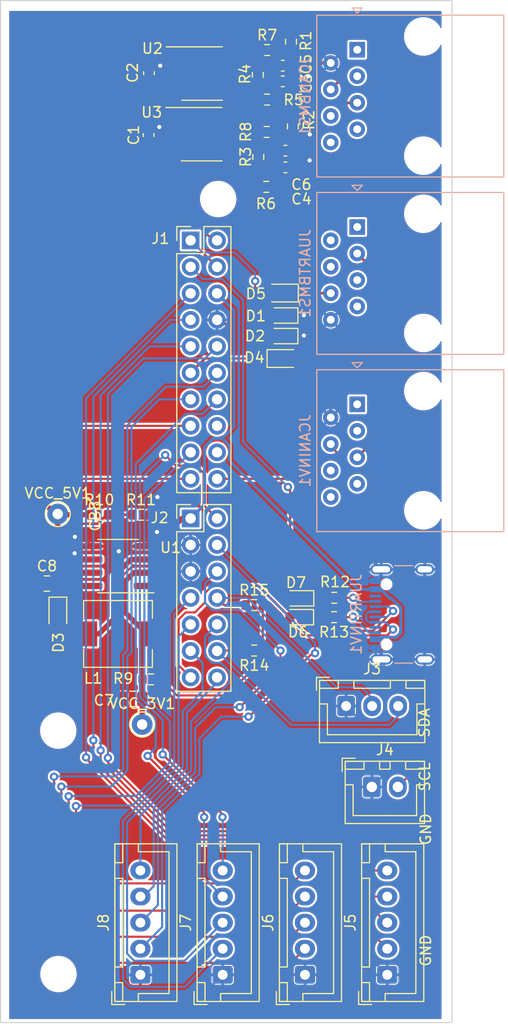
<source format=kicad_pcb>
(kicad_pcb (version 20241229) (generator "pcbnew") (generator_version "9.0")
  (layers (0 "F.Cu" signal) (2 "B.Cu" signal) (13 "F.Paste" user) (15 "B.Paste" user) (5 "F.SilkS" user "F.Silkscreen") (7 "B.SilkS" user "B.Silkscreen") (1 "F.Mask" user) (3 "B.Mask" user) (25 "Edge.Cuts" user))
  (net 0 "")
  (net 1 "VCC_5V")
  (net 2 "GND")
  (net 3 "Net-(C3-Pad1)")
  (net 4 "Net-(C4-Pad1)")
  (net 5 "Net-(C5-Pad1)")
  (net 6 "Net-(C6-Pad1)")
  (net 9 "Net-(D3-A)")
  (net 10 "Net-(D4-A)")
  (net 16 "Net-(D5-K)")
  (net 17 "SW_CHBAT1")
  (net 21 "I2C4_SCL_MON")
  (net 22 "I2C4_SDA_MON")
  (net 23 "VCC_3V")
  (net 26 "UART6_RX_BMS")
  (net 29 "UART6_TX_BMS")
  (net 31 "SW_CHBAT5")
  (net 32 "UART1_RX_INV")
  (net 33 "SW_CHBAT3")
  (net 34 "SW_CHBAT7")
  (net 35 "UART1_TX_INV")
  (net 36 "SW_CHBAT11")
  (net 37 "SW_CHBAT6")
  (net 38 "SW_CHBAT4")
  (net 39 "SW_CHBAT2")
  (net 40 "SW_CHBAT12")
  (net 41 "SW_CHBAT15")
  (net 42 "SW_CHBAT13")
  (net 43 "SW_CHBAT10")
  (net 44 "SW_CHBAT14")
  (net 45 "SW_CHBAT9")
  (net 46 "SW_PV1")
  (net 47 "SW_CHBAT16")
  (net 48 "SW_PV2")
  (net 49 "SW_OFFGRID")
  (net 50 "SW_CHBAT8")
  (net 51 "Net-(U2-CANL)")
  (net 52 "Net-(U2-CANH)")
  (net 53 "Net-(U3-CANH)")
  (net 54 "Net-(U3-CANL)")
  (net 55 "Net-(U2-Rs)")
  (net 56 "Net-(U3-Rs)")
  (net 57 "Net-(U1-Ilim)")
  (net 58 "Net-(U1-SENSE)")
  (net 59 "Net-(JUARTINV1-CC1)")
  (net 60 "Net-(JUARTINV1-CC2)")
  (net 65 "CAN1_RX_INV")
  (net 66 "CAN1_TX_INV")
  (net 67 "CAN3_RX_BMS")
  (net 68 "CAN3_TX_BMS")
  (footprint "Resistor_SMD:R_0603_1608Metric" (layer "F.Cu") (at 86.685 138.265 180)
    (property "Reference" "R12")
    (property "Value" "5k1")
  )
  (footprint "Capacitor_SMD:C_0603_1608Metric" (layer "F.Cu") (at 68.86 93.9 90)
    (property "Reference" "C1")
    (property "Value" "100nF")
  )
  (footprint "Inductor_SMD:L_6.3x6.3_H3" (layer "F.Cu") (at 65.925 141.73 180)
    (property "Reference" "L1")
    (property "Value" "150uH SRR0603-151KL")
  )
  (footprint "Diode_SMD:D_0603_1608Metric" (layer "F.Cu") (at 81.72 113.173334 180)
    (property "Reference" "D2")
    (property "Value" "D_TVS")
  )
  (footprint "Package_SO:SOIC-8_3.9x4.9mm_P1.27mm" (layer "F.Cu") (at 73.96 93.82)
    (property "Reference" "U3")
    (property "Value" "MCP2551-I-SN")
  )
  (footprint "MountingHole:MountingHole_3mm" (layer "F.Cu") (at 60.185 151.005)
    (property "Reference" "H1" (hide yes))
    (property "Value" "MountingHole")
  )
  (footprint "Resistor_SMD:R_0603_1608Metric" (layer "F.Cu") (at 80.165 98.865)
    (property "Reference" "R6")
    (property "Value" "100")
  )
  (footprint "Capacitor_SMD:C_0603_1608Metric" (layer "F.Cu") (at 68.9 87.97 -90)
    (property "Reference" "C2")
    (property "Value" "100nF")
  )
  (footprint "Connector_JST:JST_XH_B5B-XH-A_1x05_P2.50mm_Vertical" (layer "F.Cu") (at 91.785 174.415 90)
    (property "Reference" "J5")
    (property "Value" "Conn_01x05_Socket")
  )
  (footprint "Resistor_SMD:R_0603_1608Metric" (layer "F.Cu") (at 80.2 93.6)
    (property "Reference" "R8")
    (property "Value" "100")
  )
  (footprint "Capacitor_SMD:C_0603_1608Metric" (layer "F.Cu") (at 82 95.4)
    (property "Reference" "C6")
    (property "Value" "560pF")
  )
  (footprint "Diode_SMD:D_SOD-323" (layer "F.Cu") (at 60.15 139.705 -90)
    (property "Reference" "D3")
    (property "Value" "BAT60JFILM")
  )
  (footprint "Capacitor_SMD:C_0805_2012Metric" (layer "F.Cu") (at 67.305 147.96 180)
    (property "Reference" "C7")
    (property "Value" "47uF")
  )
  (footprint "TestPoint:TestPoint_THTPad_D2.0mm_Drill1.0mm" (layer "F.Cu") (at 68.245 150.415)
    (property "Reference" "VCC_3V1")
    (property "Value" "TestPoint")
  )
  (footprint "Resistor_SMD:R_0603_1608Metric" (layer "F.Cu") (at 68.135 130.305)
    (property "Reference" "R11")
    (property "Value" "100K")
  )
  (footprint "Capacitor_SMD:C_0603_1608Metric" (layer "F.Cu") (at 81.75 87.25)
    (property "Reference" "C5")
    (property "Value" "560pF")
  )
  (footprint "Connector_PinHeader_2.54mm:PinHeader_2x07_P2.54mm_Vertical" (layer "F.Cu") (at 72.9 130.66)
    (property "Reference" "J2")
    (property "Value" "Conn_02x07_Odd_Even")
  )
  (footprint "Diode_SMD:D_0603_1608Metric" (layer "F.Cu") (at 83.245 138.319269 180)
    (property "Reference" "D7")
    (property "Value" "D_TVS")
  )
  (footprint "Capacitor_SMD:C_0603_1608Metric" (layer "F.Cu") (at 82 97)
    (property "Reference" "C4")
    (property "Value" "560pF")
  )
  (footprint "Package_SO:SOIC-8_3.9x4.9mm_P1.27mm" (layer "F.Cu") (at 65.925 135.23 180)
    (property "Reference" "U1")
    (property "Value" "LT1107CS")
  )
  (footprint "Connector_JST:JST_XH_B3B-XH-A_1x03_P2.50mm_Vertical" (layer "F.Cu") (at 87.835 148.645)
    (property "Reference" "J3")
    (property "Value" "Conn_01x03_Socket")
  )
  (footprint "MountingHole:MountingHole_3mm" (layer "F.Cu") (at 75.545 100.035)
    (property "Reference" "H3" (hide yes))
    (property "Value" "MountingHole")
  )
  (footprint "Resistor_SMD:R_0603_1608Metric" (layer "F.Cu") (at 86.675 140.125 180)
    (property "Reference" "R13")
    (property "Value" "5k1")
  )
  (footprint "Connector_PinHeader_2.54mm:PinHeader_2x10_P2.54mm_Vertical" (layer "F.Cu") (at 72.9 104)
    (property "Reference" "J1")
    (property "Value" "Conn_02x10_Odd_Even")
  )
  (footprint "Resistor_SMD:R_0603_1608Metric" (layer "F.Cu") (at 79.350001 88.124999 -90)
    (property "Reference" "R4")
    (property "Value" "120")
  )
  (footprint "Capacitor_SMD:C_0603_1608Metric" (layer "F.Cu") (at 81.75 88.75)
    (property "Reference" "C3")
    (property "Value" "560pF")
  )
  (footprint "Resistor_SMD:R_0603_1608Metric" (layer "F.Cu") (at 79.005 143.325 180)
    (property "Reference" "R14")
    (property "Value" "4k7")
  )
  (footprint "Connector_JST:JST_XH_B5B-XH-A_1x05_P2.50mm_Vertical" (layer "F.Cu") (at 68.075 174.414999 90)
    (property "Reference" "J8")
    (property "Value" "Conn_01x05_Socket")
  )
  (footprint "Resistor_SMD:R_0603_1608Metric" (layer "F.Cu") (at 82.54 84.94 -90)
    (property "Reference" "R1")
    (property "Value" "4k7")
  )
  (footprint "MountingHole:MountingHole_3mm" (layer "F.Cu") (at 60.205 174.345)
    (property "Reference" "H2" (hide yes))
    (property "Value" "MountingHole")
  )
  (footprint "Resistor_SMD:R_0603_1608Metric" (layer "F.Cu") (at 80.25 90.5)
    (property "Reference" "R5")
    (property "Value" "100")
  )
  (footprint "Resistor_SMD:R_0603_1608Metric" (layer "F.Cu") (at 69.105 146.09)
    (property "Reference" "R9")
    (property "Value" "47")
  )
  (footprint "TestPoint:TestPoint_THTPad_D2.0mm_Drill1.0mm" (layer "F.Cu") (at 60.135 130.235)
    (property "Reference" "VCC_5V1")
    (property "Value" "TestPoint")
  )
  (footprint "Diode_SMD:D_0603_1608Metric" (layer "F.Cu") (at 83.225 140.125 180)
    (property "Reference" "D6")
    (property "Value" "D_TVS")
  )
  (footprint "Connector_JST:JST_XH_B5B-XH-A_1x05_P2.50mm_Vertical" (layer "F.Cu") (at 75.978334 174.414999 90)
    (property "Reference" "J7")
    (property "Value" "Conn_01x05_Socket")
  )
  (footprint "Connector_JST:JST_XH_B5B-XH-A_1x05_P2.50mm_Vertical" (layer "F.Cu") (at 83.881667 174.414999 90)
    (property "Reference" "J6")
    (property "Value" "Conn_01x05_Socket")
  )
  (footprint "Diode_SMD:D_SOD-323" (layer "F.Cu") (at 81.74 115.325)
    (property "Reference" "D4")
    (property "Value" "BAT60JFILM")
  )
  (footprint "Resistor_SMD:R_0603_1608Metric" (layer "F.Cu") (at 64.125 130.305)
    (property "Reference" "R10")
    (property "Value" "300K")
  )
  (footprint "Resistor_SMD:R_0603_1608Metric" (layer "F.Cu") (at 79.005 138.965)
    (property "Reference" "R15")
    (property "Value" "4k7")
  )
  (footprint "Resistor_SMD:R_0603_1608Metric" (layer "F.Cu") (at 80.25 85.75)
    (property "Reference" "R7")
    (property "Value" "100")
  )
  (footprint "Resistor_SMD:R_0603_1608Metric" (layer "F.Cu") (at 79.4 96 -90)
    (property "Reference" "R3")
    (property "Value" "120")
  )
  (footprint "Connector_JST:JST_XH_B2B-XH-A_1x02_P2.50mm_Vertical" (layer "F.Cu") (at 90.305 156.4)
    (property "Reference" "J4")
    (property "Value" "Conn_01x02_Socket")
  )
  (footprint "Package_SO:SOIC-8_3.9x4.9mm_P1.27mm" (layer "F.Cu") (at 74 88)
    (property "Reference" "U2")
    (property "Value" "MCP2551-I-SN")
  )
  (footprint "Diode_SMD:D_0603_1608Metric" (layer "F.Cu") (at 81.72 111.201667 180)
    (property "Reference" "D1")
    (property "Value" "D_TVS")
  )
  (footprint "Resistor_SMD:R_0603_1608Metric" (layer "F.Cu") (at 82.725 93.07 -90)
    (property "Reference" "R2")
    (property "Value" "4k7")
  )
  (footprint "Diode_SMD:D_SOD-323" (layer "F.Cu") (at 81.74 109.05 180)
    (property "Reference" "D5")
    (property "Value" "BAT60JFILM")
  )
  (footprint "Capacitor_SMD:C_0805_2012Metric" (layer "F.Cu") (at 59.1 136.905)
    (property "Reference" "C8")
    (property "Value" "100uF")
  )
  (footprint "Connector_RJ:RJ45_Amphenol_54602-x08_Horizontal" (layer "B.Cu") (at 88.9 85.7175 -90)
    (property "Reference" "JCANBMS1")
    (property "Value" "RJ45")
  )
  (footprint "Connector_RJ:RJ45_Amphenol_54602-x08_Horizontal" (layer "B.Cu") (at 88.9 119.7175 -90)
    (property "Reference" "JCANINV1")
    (property "Value" "RJ45")
  )
  (footprint "Connector_RJ:RJ45_Amphenol_54602-x08_Horizontal" (layer "B.Cu") (at 88.9 102.7175 -90)
    (property "Reference" "JUARTBMS1")
    (property "Value" "RJ45")
  )
  (footprint "Connector_USB:USB_C_Receptacle_GCT_USB4105-xx-A_16P_TopMnt_Horizontal" (layer "B.Cu") (at 94.3161 139.858722 -90)
    (property "Reference" "JUARTINV1")
    (property "Value" "USB_C_Receptacle_USB2.0_16P")
  )
  (gr_line (start 75.4 174.7) (end 75.39 174.7) (stroke (width 0.2)) (layer "F.Cu") (net 2))
  (gr_rect (start 54.64 81) (end 98 179) (stroke (width 0.1)) (fill no) (layer "Edge.Cuts"))
  (gr_text "CB8" (at 64.32 132 90) (layer "F.SilkS") (effects (font (size 1 1)) (justify left bottom)))
  (gr_text "GND" (at 96.07 162.08 90) (layer "F.SilkS") (effects (font (size 1 1)) (justify left bottom)))
  (gr_text "SDA" (at 95.94 151.76 90) (layer "F.SilkS") (effects (font (size 1 1)) (justify left bottom)))
  (gr_text "SCL" (at 95.98 156.91 90) (layer "F.SilkS") (effects (font (size 1 1)) (justify left bottom)))
  (gr_text "GND" (at 96.07 173.72 90) (layer "F.SilkS") (effects (font (size 1 1)) (justify left bottom)))
  (segment (start 71.37 88.48) (end 71.525 88.635) (width 0.25) (layer "F.Cu") (net 1))
  (segment (start 69.605 94.675) (end 69.825 94.455) (width 0.5) (layer "F.Cu") (net 1))
  (segment (start 69.825 94.455) (end 71.485 94.455) (width 0.5) (layer "F.Cu") (net 1))
  (segment (start 60 136.855) (end 60.05 136.905) (width 0.25) (layer "F.Cu") (net 1))
  (segment (start 68.86 94.675) (end 69.605 94.675) (width 0.5) (layer "F.Cu") (net 1))
  (segment (start 60 130.28) (end 60 136.855) (width 0.25) (layer "F.Cu") (net 1))
  (segment (start 72.459999 94.455) (end 73.47 93.444999) (width 0.5) (layer "F.Cu") (net 1))
  (segment (start 60.05 136.905) (end 60.05 138.505) (width 0.25) (layer "F.Cu") (net 1))
  (segment (start 73.47 93.444999) (end 73.47 85.78) (width 0.5) (layer "F.Cu") (net 1))
  (segment (start 73.47 85.78) (end 72.34 84.65) (width 0.5) (layer "F.Cu") (net 1))
  (segment (start 71.485 94.455) (end 72.459999 94.455) (width 0.5) (layer "F.Cu") (net 1))
  (segment (start 60.15 130.43) (end 60 130.28) (width 0.5) (layer "F.Cu") (net 1))
  (segment (start 59.825 130.455) (end 60 130.28) (width 0.25) (layer "F.Cu") (net 1))
  (segment (start 60.205 130.305) (end 60.135 130.235) (width 0.5) (layer "F.Cu") (net 1))
  (segment (start 56.73 97.360658) (end 56.73 127.08) (width 0.5) (layer "F.Cu") (net 1))
  (segment (start 72.0841 88.635) (end 71.525 88.635) (width 0.5) (layer "F.Cu") (net 1))
  (segment (start 63.3 130.305) (end 63.275 130.28) (width 0.25) (layer "F.Cu") (net 1))
  (segment (start 73.47 85.78) (end 73.47 87.66) (width 0.5) (layer "F.Cu") (net 1))
  (segment (start 60.05 138.505) (end 60.15 138.605) (width 0.25) (layer "F.Cu") (net 1))
  (segment (start 60.15 138.605) (end 60.15 130.43) (width 0.5) (layer "F.Cu") (net 1))
  (segment (start 63.275 130.28) (end 60 130.28) (width 0.25) (layer "F.Cu") (net 1))
  (segment (start 69.440658 84.65) (end 56.73 97.360658) (width 0.5) (layer "F.Cu") (net 1))
  (segment (start 71.525 88.635) (end 69.01 88.635) (width 0.5) (layer "F.Cu") (net 1))
  (segment (start 72.495 88.635) (end 72.0841 88.635) (width 0.5) (layer "F.Cu") (net 1))
  (segment (start 63.3 130.305) (end 60.205 130.305) (width 0.5) (layer "F.Cu") (net 1))
  (segment (start 68.9 88.48) (end 71.37 88.48) (width 0.25) (layer "F.Cu") (net 1))
  (segment (start 73.47 87.66) (end 72.495 88.635) (width 0.5) (layer "F.Cu") (net 1))
  (segment (start 56.73 127.08) (end 59.955 130.305) (width 0.5) (layer "F.Cu") (net 1))
  (segment (start 69.01 88.635) (end 68.9 88.745) (width 0.5) (layer "F.Cu") (net 1))
  (segment (start 72.34 84.65) (end 69.440658 84.65) (width 0.5) (layer "F.Cu") (net 1))
  (segment (start 59.955 130.305) (end 63.3 130.305) (width 0.5) (layer "F.Cu") (net 1))
  (segment (start 64.975 133.325) (end 65.01 133.29) (width 0.3) (layer "F.Cu") (net 2))
  (segment (start 82.525 88.75) (end 83.725 88.75) (width 0.3) (layer "F.Cu") (net 2))
  (segment (start 58.67 139.19) (end 59.574 139.19) (width 0.3) (layer "F.Cu") (net 2))
  (segment (start 60.726 139.19) (end 63.11 139.19) (width 0.3) (layer "F.Cu") (net 2))
  (segment (start 61.78 132.42) (end 62.545 132.42) (width 0.2) (layer "F.Cu") (net 2))
  (segment (start 69.025 87.32) (end 71.48 87.32) (width 0.3) (layer "F.Cu") (net 2))
  (segment (start 66 133.805) (end 66.475 133.33) (width 0.3) (layer "F.Cu") (net 2))
  (segment (start 69.67 131.96) (end 69.67 132.055) (width 0.2) (layer "F.Cu") (net 2))
  (segment (start 60.726 139.306) (end 60.726 139.19) (width 0.3) (layer "F.Cu") (net 2))
  (segment (start 82.560835 113.12) (end 82.507501 113.173334) (width 0.3) (layer "F.Cu") (net 2))
  (segment (start 75.44 111.62) (end 75.822667 112.002667) (width 0.25) (layer "F.Cu") (net 2))
  (segment (start 85.85 140.125) (end 85.85 138.275) (width 0.3) (layer "F.Cu") (net 2))
  (segment (start 85.86 136.89) (end 87.2 135.55) (width 0.3) (layer "F.Cu") (net 2))
  (segment (start 85.85 138.275) (end 85.86 138.265) (width 0.3) (layer "F.Cu") (net 2))
  (segment (start 84.012502 140.125001) (end 84.012502 138.33927) (width 0.3) (layer "F.Cu") (net 2))
  (segment (start 58.15 136.905) (end 58.15 138.67) (width 0.3) (layer "F.Cu") (net 2))
  (segment (start 62.435 133.325) (end 61.76 134) (width 0.2) (layer "F.Cu") (net 2))
  (segment (start 83.225 87.25) (end 84.225 88.25) (width 0.3) (layer "F.Cu") (net 2))
  (segment (start 71.48 87.32) (end 71.525 87.365) (width 0.3) (layer "F.Cu") (net 2))
  (segment (start 83.62 97.03) (end 83.42 97.03) (width 0.3) (layer "F.Cu") (net 2))
  (segment (start 65.01 133.29) (end 65.525 133.805) (width 0.3) (layer "F.Cu") (net 2))
  (segment (start 87.2 135.55) (end 87.188722 135.538722) (width 0.3) (layer "F.Cu") (net 2))
  (segment (start 82.775 95.4) (end 82.775 97) (width 0.3) (layer "F.Cu") (net 2))
  (segment (start 85.86 138.265) (end 85.86 136.89) (width 0.3) (layer "F.Cu") (net 2))
  (segment (start 68.96 129.36) (end 68.96 130.305) (width 0.2) (layer "F.Cu") (net 2))
  (segment (start 83.42 97.03) (end 83.39 97) (width 0.3) (layer "F.Cu") (net 2))
  (segment (start 71.749 132.049) (end 71.749 131.760232) (width 0.2) (layer "F.Cu") (net 2))
  (segment (start 66.475 133.33) (end 68.395 133.33) (width 0.3) (layer "F.Cu") (net 2))
  (segment (start 65.525 133.805) (end 66 133.805) (width 0.3) (layer "F.Cu") (net 2))
  (segment (start 69.67 132.055) (end 68.4 133.325) (width 0.2) (layer "F.Cu") (net 2))
  (segment (start 82.957333 112.002667) (end 83.78 111.18) (width 0.25) (layer "F.Cu") (net 2))
  (segment (start 64.81 137.38) (end 64.81 134.995) (width 0.3) (layer "F.Cu") (net 2))
  (segment (start 85.4875 86.9875) (end 84.225 88.25) (width 0.3) (layer "F.Cu") (net 2))
  (segment (start 68.395 133.33) (end 68.4 133.325) (width 0.3) (layer "F.Cu") (net 2))
  (segment (start 82.139 114.761) (end 83.78 113.12) (width 0.3) (layer "F.Cu") (net 2))
  (segment (start 59.574 139.19) (end 59.574 139.306) (width 0.3) (layer "F.Cu") (net 2))
  (segment (start 83.39 97) (end 82.775 97) (width 0.3) (layer "F.Cu") (net 2))
  (segment (start 72.9 133.2) (end 72.9 135.74) (width 0.2) (layer "F.Cu") (net 2))
  (segment (start 82.139 116.779471) (end 82.139 114.761) (width 0.3) (layer "F.Cu") (net 2))
  (segment (start 83.725 88.75) (end 84.225 88.25) (width 0.3) (layer "F.Cu") (net 2))
  (segment (start 62.545 132.42) (end 63.45 133.325) (width 0.2) (layer "F.Cu") (net 2))
  (segment (start 59.574 139.306) (end 60.726 139.306) (width 0.3) (layer "F.Cu") (net 2))
  (segment (start 83.758333 111.201667) (end 83.78 111.18) (width 0.3) (layer "F.Cu") (net 2))
  (segment (start 83.78 113.12) (end 82.560835 113.12) (width 0.3) (layer "F.Cu") (net 2))
  (segment (start 85.86 138.265) (end 84.086772 138.265) (width 0.3) (layer "F.Cu") (net 2))
  (segment (start 82.507501 111.201667) (end 83.758333 111.201667) (width 0.3) (layer "F.Cu") (net 2))
  (segment (start 64.776 137.414) (end 64.81 137.38) (width 0.3) (layer "F.Cu") (net 2))
  (segment (start 68.9 87.195) (end 69.025 87.32) (width 0.3) (layer "F.Cu") (net 2))
  (segment (start 84.086772 138.265) (end 84.032502 138.31927) (width 0.3) (layer "F.Cu") (net 2))
  (segment (start 64.486678 137.786) (end 64.776 137.496678) (width 0.3) (layer "F.Cu") (net 2))
  (segment (start 72.9 133.2) (end 71.749 132.049) (width 0.2) (layer "F.Cu") (net 2))
  (segment (start 72.9 133.2) (end 72.9 133.925) (width 0.25) (layer "F.Cu") (net 2))
  (segment (start 63.055 139.135) (end 64.404 137.786) (width 0.3) (layer "F.Cu") (net 2))
  (segment (start 84.117501 139.89) (end 84.112502 139.894999) (width 0.2) (layer "F.Cu") (net 2))
  (segment (start 82.525 87.25) (end 83.225 87.25) (width 0.3) (layer "F.Cu") (net 2))
  (segment (start 68.4 130.865) (end 68.96 130.305) (width 0.3) (layer "F.Cu") (net 2))
  (segment (start 64.776 137.496678) (end 64.776 137.414) (width 0.3) (layer "F.Cu") (net 2))
  (segment (start 86.36 86.9875) (end 85.4875 86.9875) (width 0.3) (layer "F.Cu") (net 2))
  (segment (start 69.71 128.61) (end 68.96 129.36) (width 0.2) (layer "F.Cu") (net 2))
  (segment (start 68.4 133.325) (end 68.4 130.865) (width 0.3) (layer "F.Cu") (net 2))
  (segment (start 64.404 137.786) (end 64.486678 137.786) (width 0.3) (layer "F.Cu") (net 2))
  (segment (start 63.11 139.19) (end 63.055 139.135) (width 0.3) (layer "F.Cu") (net 2))
  (segment (start 87.188722 135.538722) (end 91.2111 135.538722) (width 0.3) (layer "F.Cu") (net 2))
  (segment (start 84.012502 138.33927) (end 84.032502 138.31927) (width 0.3) (layer "F.Cu") (net 2))
  (segment (start 64.81 134.995) (end 66 133.805) (width 0.3) (layer "F.Cu") (net 2))
  (segment (start 75.822667 112.002667) (end 82.957333 112.002667) (width 0.25) (layer "F.Cu") (net 2))
  (segment (start 58.15 138.67) (end 58.67 139.19) (width 0.3) (layer "F.Cu") (net 2))
  (segment (start 84.325 96.325) (end 83.62 97.03) (width 0.3) (layer "F.Cu") (net 2))
  (segment (start 63.45 133.325) (end 64.975 133.325) (width 0.3) (layer "F.Cu") (net 2))
  (segment (start 63.45 133.325) (end 62.435 133.325) (width 0.2) (layer "F.Cu") (net 2))
  (segment (start 68.075 174.414999) (end 91.785 174.415) (width 0.2) (layer "F.Cu") (net 2))
  (via (at 84.325 96.325) (size 0.8) (drill 0.4) (layers "F.Cu" "B.Cu") (net 2))
  (via (at 66 133.805) (size 0.8) (drill 0.4) (layers "F.Cu" "B.Cu") (net 2))
  (via (at 69.67 131.96) (size 0.8) (drill 0.4) (layers "F.Cu" "B.Cu") (net 2))
  (via (at 83.78 113.12) (size 0.8) (drill 0.4) (layers "F.Cu" "B.Cu") (net 2))
  (via (at 83.78 111.18) (size 0.8) (drill 0.4) (layers "F.Cu" "B.Cu") (net 2))
  (via (at 69.975 87.25) (size 0.8) (drill 0.4) (layers "F.Cu" "B.Cu") (net 2))
  (via (at 84.225 88.25) (size 0.8) (drill 0.4) (layers "F.Cu" "B.Cu") (net 2))
  (via (at 61.76 134) (size 0.8) (drill 0.4) (layers "F.Cu" "B.Cu") (net 2))
  (via (at 61.78 132.42) (size 0.8) (drill 0.4) (layers "F.Cu" "B.Cu") (net 2))
  (via (at 69.89 93.13) (size 0.8) (drill 0.4) (layers "F.Cu" "B.Cu") (net 2))
  (via (at 84.34 93.84) (size 0.8) (drill 0.4) (layers "F.Cu" "B.Cu") (net 2))
  (via (at 69.71 128.61) (size 0.8) (drill 0.4) (layers "F.Cu" "B.Cu") (net 2))
  (segment (start 73.37676 107.929) (end 72.42324 107.929) (width 0.2) (layer "B.Cu") (net 2))
  (segment (start 91.486 144.453622) (end 91.486 149.24676) (width 0.2) (layer "B.Cu") (net 2))
  (segment (start 83.03 92.53) (end 83.03 88.52) (width 0.3) (layer "B.Cu") (net 2))
  (segment (start 79.081378 132.049) (end 91.2111 144.178722) (width 0.2) (layer "B.Cu") (net 2))
  (segment (start 68.91612 111.43612) (end 68.91612 105.68188) (width 0.2) (layer "B.Cu") (net 2))
  (segment (start 74.426334 175.966999) (end 75.978334 174.414999) (width 0.2) (layer "B.Cu") (net 2))
  (segment (start 84.325 110.635) (end 83.78 111.18) (width 0.3) (layer "B.Cu") (net 2))
  (segment (start 89.111 149.921) (end 87.835 148.645) (width 0.2) (layer "B.Cu") (net 2))
  (segment (start 84.34 93.84) (end 83.03 92.53) (width 0.3) (layer "B.Cu") (net 2))
  (segment (start 79.475 90.255) (end 79.475 83.375) (width 0.3) (layer "B.Cu") (net 2))
  (segment (start 69.71 130.01) (end 69.71 128.61) (width 0.2) (layer "B.Cu") (net 2))
  (segment (start 59.079 154.728709) (end 59.079 168.097259) (width 0.2) (layer "B.Cu") (net 2))
  (segment (start 95.3911 135.538722) (end 95.3911 144.178722) (width 0.3) (layer "B.Cu") (net 2))
  (segment (start 91.2111 143.633722) (end 90.6361 143.058722) (width 0.3) (layer "B.Cu") (net 2))
  (segment (start 90.305 172.935) (end 91.785 174.415) (width 0.2) (layer "B.Cu") (net 2))
  (segment (start 61.78 118.57224) (end 61.78 132.42) (width 0.2) (layer "B.Cu") (net 2))
  (segment (start 87.461 122.0885) (end 87.461 131.788622) (width 0.3) (layer "B.Cu") (net 2))
  (segment (start 77.74 93.81) (end 76.45 95.1) (width 0.3) (layer "B.Cu") (net 2))
  (segment (start 71.86 95.1) (end 69.89 93.13) (width 0.3) (layer "B.Cu") (net 2))
  (segment (start 86.36 120.9875) (end 86.36 115.68) (width 0.3) (layer "B.Cu") (net 2))
  (segment (start 75.44 111.62) (end 74.051 110.231) (width 0.2) (layer "B.Cu") (net 2))
  (segment (start 72.9 133.2) (end 74.051 132.049) (width 0.2) (layer "B.Cu") (net 2))
  (segment (start 74.051 108.60324) (end 73.37676 107.929) (width 0.2) (layer "B.Cu") (net 2))
  (segment (start 83.8 113.12) (end 83.78 113.12) (width 0.3) (layer "B.Cu") (net 2))
  (segment (start 91.785 174.415) (end 82.665 174.415) (width 0.2) (layer "B.Cu") (net 2))
  (segment (start 77.6015 102.849) (end 86.36 111.6075) (width 0.2) (layer "B.Cu") (net 2))
  (segment (start 95.3911 144.178722) (end 95.3911 151.3139) (width 0.2) (layer "B.Cu") (net 2))
  (segment (start 69.975 93.045) (end 69.975 87.25) (width 0.3) (layer "B.Cu") (net 2))
  (segment (start 83.78 113.12) (end 84.8475 113.12) (width 0.3) (layer "B.Cu") (net 2))
  (segment (start 87.461 131.788622) (end 91.2111 135.538722) (width 0.3) (layer "B.Cu") (net 2))
  (segment (start 95.3911 144.178722) (end 91.2111 144.178722) (width 0.3) (layer "B.Cu") (net 2))
  (segment (start 90.81176 149.921) (end 89.111 149.921) (width 0.2) (layer "B.Cu") (net 2))
  (segment (start 71.66 131.96) (end 72.9 133.2) (width 0.2) (layer "B.Cu") (net 2))
  (segment (start 68.91612 105.68188) (end 71.749 102.849) (width 0.2) (layer "B.Cu") (net 2))
  (segment (start 91.2111 144.178722) (end 91.486 144.453622) (width 0.2) (layer "B.Cu") (net 2))
  (segment (start 69.89 93.13) (end 69.975 93.045) (width 0.3) (layer "B.Cu") (net 2))
  (segment (start 84.325 96.325) (end 84.325 110.635) (width 0.3) (layer "B.Cu") (net 2))
  (segment (start 84.34 93.84) (end 83.06 93.84) (width 0.3) (layer "B.Cu") (net 2))
  (segment (start 84.34 93.84) (end 84.325 93.855) (width 0.3) (layer "B.Cu") (net 2))
  (segment (start 91.486 149.24676) (end 90.81176 149.921) (width 0.2) (layer "B.Cu") (net 2))
  (segment (start 83.3 88.25) (end 84.225 88.25) (width 0.3) (layer "B.Cu") (net 2))
  (segment (start 68.91612 111.43612) (end 61.78 118.57224) (width 0.2) (layer "B.Cu") (net 2))
  (segment (start 62.036 151.771709) (end 59.079 154.728709) (width 0.2) (layer "B.Cu") (net 2))
  (segment (start 91.2111 144.178722) (end 91.2111 143.633722) (width 0.3) (layer "B.Cu") (net 2))
  (segment (start 83.881667 174.414999) (end 75.978334 174.414999) (width 0.2) (layer "B.Cu") (net 2))
  (segment (start 84.325 93.855) (end 84.325 96.325) (width 0.3) (layer "B.Cu") (net 2))
  (segment (start 95.3911 151.3139) (end 90.305 156.4) (width 0.2) (layer "B.Cu") (net 2))
  (segment (start 61.76 134) (end 62.036 134.276) (width 0.2) (layer "B.Cu") (net 2))
  (segment (start 82.665 174.415) (end 82.19 174.89) (width 0.2) (layer "B.Cu") (net 2))
  (segment (start 91.2111 136.083722) (end 90.6361 136.658722) (width 0.3) (layer "B.Cu") (net 2))
  (segment (start 79.475 83.375) (end 79.575 83.275) (width 0.3) (layer "B.Cu") (net 2))
  (segment (start 71.749 102.849) (end 77.6015 102.849) (width 0.2) (layer "B.Cu") (net 2))
  (segment (start 74.051 110.231) (end 74.051 108.60324) (width 0.2) (layer "B.Cu") (net 2))
  (segment (start 90.305 156.4) (end 90.305 172.935) (width 0.2) (layer "B.Cu") (net 2))
  (segment (start 86.36 115.68) (end 83.8 113.12) (width 0.3) (layer "B.Cu") (net 2))
  (segment (start 66.94874 175.966999) (end 74.426334 175.966999) (width 0.2) (layer "B.Cu") (net 2))
  (segment (start 84.34 93.84) (end 84.31 93.81) (width 0.3) (layer "B.Cu") (net 2))
  (segment (start 59.079 168.097259) (end 66.94874 175.966999) (width 0.2) (layer "B.Cu") (net 2))
  (segment (start 72.9 133.2) (end 69.71 130.01) (width 0.2) (layer "B.Cu") (net 2))
  (segment (start 83.03 88.52) (end 83.3 88.25) (width 0.3) (layer "B.Cu") (net 2))
  (segment (start 83.78 111.18) (end 83.78 113.12) (width 0.3) (layer "B.Cu") (net 2))
  (segment (start 74.051 132.049) (end 79.081378 132.049) (width 0.2) (layer "B.Cu") (net 2))
  (segment (start 84.8475 113.12) (end 86.36 111.6075) (width 0.3) (layer "B.Cu") (net 2))
  (segment (start 83.06 93.84) (end 79.475 90.255) (width 0.3) (layer "B.Cu") (net 2))
  (segment (start 62.036 134.276) (end 62.036 151.771709) (width 0.2) (layer "B.Cu") (net 2))
  (segment (start 69.67 131.96) (end 71.66 131.96) (width 0.2) (layer "B.Cu") (net 2))
  (segment (start 91.2111 135.538722) (end 91.2111 136.083722) (width 0.3) (layer "B.Cu") (net 2))
  (segment (start 84.31 93.81) (end 77.74 93.81) (width 0.3) (layer "B.Cu") (net 2))
  (segment (start 72.42324 107.929) (end 68.91612 111.43612) (width 0.2) (layer "B.Cu") (net 2))
  (segment (start 86.36 120.9875) (end 87.461 122.0885) (width 0.3) (layer "B.Cu") (net 2))
  (segment (start 91.2111 135.538722) (end 95.3911 135.538722) (width 0.3) (layer "B.Cu") (net 2))
  (segment (start 76.45 95.1) (end 71.86 95.1) (width 0.3) (layer "B.Cu") (net 2))
  (segment (start 80.975 88.75) (end 80.975 90.3475) (width 0.25) (layer "F.Cu") (net 3))
  (segment (start 80.975 90.3475) (end 81.075 90.3475) (width 0.25) (layer "F.Cu") (net 3))
  (segment (start 81.025 98.6) (end 81.025 97.2) (width 0.25) (layer "F.Cu") (net 4))
  (segment (start 81.025 97.2) (end 81.225 97) (width 0.25) (layer "F.Cu") (net 4))
  (segment (start 81.075 85.75) (end 81.075 87.15) (width 0.25) (layer "F.Cu") (net 5))
  (segment (start 81.075 87.15) (end 80.975 87.25) (width 0.25) (layer "F.Cu") (net 5))
  (segment (start 81.025 95.2) (end 81.225 95.4) (width 0.25) (layer "F.Cu") (net 6))
  (segment (start 81.025 93.6) (end 81.025 95.2) (width 0.25) (layer "F.Cu") (net 6))
  (segment (start 65.57 136.185) (end 65.57 140.26) (width 0.5) (layer "F.Cu") (net 9))
  (segment (start 65.57 140.26) (end 64.1 141.73) (width 0.5) (layer "F.Cu") (net 9))
  (segment (start 67.16 134.595) (end 65.57 136.185) (width 0.5) (layer "F.Cu") (net 9))
  (segment (start 64.1 141.73) (end 63.175 141.73) (width 0.5) (layer "F.Cu") (net 9))
  (segment (start 68.4 134.595) (end 67.16 134.595) (width 0.5) (layer "F.Cu") (net 9))
  (segment (start 61.075 141.73) (end 60.15 140.805) (width 0.5) (layer "F.Cu") (net 9))
  (segment (start 63.175 141.73) (end 61.075 141.73) (width 0.5) (layer "F.Cu") (net 9))
  (segment (start 82.775 115.325) (end 87.375 115.325) (width 0.2) (layer "F.Cu") (net 10))
  (segment (start 90.8 107.1575) (end 90.8 111.9) (width 0.25) (layer "F.Cu") (net 10))
  (segment (start 88.9 105.2575) (end 90.8 107.1575) (width 0.25) (layer "F.Cu") (net 10))
  (segment (start 87.375 115.325) (end 90.8 111.9) (width 0.2) (layer "F.Cu") (net 10))
  (segment (start 85.3425 109.0675) (end 86.36 109.0675) (width 0.25) (layer "F.Cu") (net 16))
  (segment (start 85.325 109.05) (end 85.3425 109.0675) (width 0.2) (layer "F.Cu") (net 16))
  (segment (start 82.875 109.05) (end 85.325 109.05) (width 0.2) (layer "F.Cu") (net 16))
  (segment (start 71.04 161.85) (end 62.857 153.667) (width 0.2) (layer "F.Cu") (net 17))
  (segment (start 90.17 170.300001) (end 90.17 168.45) (width 0.2) (layer "F.Cu") (net 17))
  (segment (start 62.857 153.667) (end 62.857 153.57) (width 0.2) (layer "F.Cu") (net 17))
  (segment (start 91.784999 171.915) (end 90.17 170.300001) (width 0.2) (layer "F.Cu") (net 17))
  (segment (start 83.57 161.85) (end 71.04 161.85) (width 0.2) (layer "F.Cu") (net 17))
  (segment (start 90.17 168.45) (end 83.57 161.85) (width 0.2) (layer "F.Cu") (net 17))
  (via (at 62.857 153.57) (size 0.8) (drill 0.4) (layers "F.Cu" "B.Cu") (net 17))
  (segment (start 62.857 153.57) (end 62.857 119.123) (width 0.2) (layer "B.Cu") (net 17))
  (segment (start 62.857 119.123) (end 72.9 109.08) (width 0.2) (layer "B.Cu") (net 17))
  (segment (start 76.125 138.965) (end 75.44 138.28) (width 0.2) (layer "F.Cu") (net 21))
  (segment (start 78.18 138.965) (end 76.125 138.965) (width 0.2) (layer "F.Cu") (net 21))
  (segment (start 78.35 138.28) (end 75.44 138.28) (width 0.2) (layer "B.Cu") (net 21))
  (segment (start 90.335 147.905) (end 89.27 146.84) (width 0.2) (layer "B.Cu") (net 21))
  (segment (start 86.91 146.84) (end 78.35 138.28) (width 0.2) (layer "B.Cu") (net 21))
  (segment (start 89.27 146.84) (end 86.91 146.84) (width 0.2) (layer "B.Cu") (net 21))
  (segment (start 90.335 148.645) (end 90.335 147.905) (width 0.2) (layer "B.Cu") (net 21))
  (segment (start 78.18 143.325) (end 75.475 143.325) (width 0.2) (layer "F.Cu") (net 22))
  (segment (start 75.475 143.325) (end 75.44 143.36) (width 0.2) (layer "F.Cu") (net 22))
  (segment (start 92.835 148.645) (end 92.835 149.605) (width 0.2) (layer "B.Cu") (net 22))
  (segment (start 92.835 149.605) (end 91.99 150.45) (width 0.2) (layer "B.Cu") (net 22))
  (segment (start 82.53 150.45) (end 75.44 143.36) (width 0.2) (layer "B.Cu") (net 22))
  (segment (start 91.99 150.45) (end 82.53 150.45) (width 0.2) (layer "B.Cu") (net 22))
  (segment (start 70.96 134.89) (end 69.985 135.865) (width 0.5) (layer "F.Cu") (net 23))
  (segment (start 66.6 139.655) (end 68.675 141.73) (width 0.5) (layer "F.Cu") (net 23))
  (segment (start 67.435 135.865) (end 66.6 136.7) (width 0.5) (layer "F.Cu") (net 23))
  (segment (start 70.631 146.671) (end 71.59 147.63) (width 0.2) (layer "F.Cu") (net 23))
  (segment (start 68.675 141.73) (end 68.675 141.975) (width 0.5) (layer "F.Cu") (net 23))
  (segment (start 72.9 130.7) (end 72.9 130.66) (width 0.25) (layer "F.Cu") (net 23))
  (segment (start 76.35 147.63) (end 79.83 144.15) (width 0.2) (layer "F.Cu") (net 23))
  (segment (start 69.985 135.865) (end 70.631 136.511) (width 0.2) (layer "F.Cu") (net 23))
  (segment (start 68.675 141.975) (end 68.885 142.185) (width 0.5) (layer "F.Cu") (net 23))
  (segment (start 69.915 135.865) (end 67.435 135.865) (width 0.5) (layer "F.Cu") (net 23))
  (segment (start 69.915 135.865) (end 68.4 135.865) (width 0.5) (layer "F.Cu") (net 23))
  (segment (start 66.6 136.7) (end 66.6 139.655) (width 0.5) (layer "F.Cu") (net 23))
  (segment (start 71.59 147.63) (end 76.35 147.63) (width 0.2) (layer "F.Cu") (net 23))
  (segment (start 79.83 144.15) (end 79.83 138.965) (width 0.2) (layer "F.Cu") (net 23))
  (segment (start 68.245 150.415) (end 68.245 147.55) (width 0.5) (layer "F.Cu") (net 23))
  (segment (start 69.985 135.865) (end 69.915 135.865) (width 0.5) (layer "F.Cu") (net 23))
  (segment (start 70.631 136.511) (end 70.631 146.671) (width 0.2) (layer "F.Cu") (net 23))
  (segment (start 72.9 130.66) (end 72.07 130.66) (width 0.5) (layer "F.Cu") (net 23))
  (segment (start 68.245 147.55) (end 68.285 147.51) (width 0.5) (layer "F.Cu") (net 23))
  (segment (start 70.96 131.77) (end 70.96 134.89) (width 0.5) (layer "F.Cu") (net 23))
  (segment (start 72.07 130.66) (end 70.96 131.77) (width 0.5) (layer "F.Cu") (net 23))
  (segment (start 68.285 142.735) (end 68.285 147.51) (width 0.5) (layer "F.Cu") (net 23))
  (segment (start 93.091 139.215722) (end 92.202639 138.327361) (width 0.3) (layer "B.Cu") (net 23))
  (segment (start 92.04302 138.327361) (end 91.174381 137.458722) (width 0.3) (layer "B.Cu") (net 23))
  (segment (start 88.968722 137.458722) (end 76.641 125.131) (width 0.3) (layer "B.Cu") (net 23))
  (segment (start 76.641 125.131) (end 76.641 123.684529) (width 0.3) (layer "B.Cu") (net 23))
  (segment (start 92.651075 142.061) (end 93.091 141.621075) (width 0.3) (layer "B.Cu") (net 23))
  (segment (start 74.239 123.822529) (end 75.080529 122.981) (width 0.3) (layer "B.Cu") (net 23))
  (segment (start 93.091 141.621075) (end 93.091 139.215722) (width 0.3) (layer "B.Cu") (net 23))
  (segment (start 75.937471 122.981) (end 77.042 121.876471) (width 0.3) (layer "B.Cu") (net 23))
  (segment (start 91.174381 142.258722) (end 91.410381 142.022722) (width 0.3) (layer "B.Cu") (net 23))
  (segment (start 90.6361 142.258722) (end 91.174381 142.258722) (width 0.3) (layer "B.Cu") (net 23))
  (segment (start 77.042 121.876471) (end 77.042 110.682) (width 0.3) (layer "B.Cu") (net 23))
  (segment (start 74.239 129.321) (end 74.239 123.822529) (width 0.3) (layer "B.Cu") (net 23))
  (segment (start 92.028925 142.061) (end 92.651075 142.061) (width 0.3) (layer "B.Cu") (net 23))
  (segment (start 91.410381 142.022722) (end 91.990647 142.022722) (width 0.3) (layer "B.Cu") (net 23))
  (segment (start 72.9 130.66) (end 74.239 129.321) (width 0.3) (layer "B.Cu") (net 23))
  (segment (start 75.080529 122.981) (end 75.937471 122.981) (width 0.3) (layer "B.Cu") (net 23))
  (segment (start 90.6361 137.458722) (end 88.968722 137.458722) (width 0.3) (layer "B.Cu") (net 23))
  (segment (start 77.042 110.682) (end 75.44 109.08) (width 0.3) (layer "B.Cu") (net 23))
  (segment (start 91.990647 142.022722) (end 92.028925 142.061) (width 0.3) (layer "B.Cu") (net 23))
  (segment (start 92.202639 138.327361) (end 92.04302 138.327361) (width 0.3) (layer "B.Cu") (net 23))
  (segment (start 76.641 123.684529) (end 75.937471 122.981) (width 0.3) (layer "B.Cu") (net 23))
  (segment (start 91.174381 137.458722) (end 90.6361 137.458722) (width 0.3) (layer "B.Cu") (net 23))
  (segment (start 74.275 115.325) (end 80.675 115.325) (width 0.2) (layer "F.Cu") (net 26))
  (segment (start 80.932499 115.082501) (end 80.69 115.325) (width 0.2) (layer "F.Cu") (net 26))
  (segment (start 72.9 116.7) (end 74.265 115.335) (width 0.25) (layer "F.Cu") (net 26))
  (segment (start 80.932499 113.173334) (end 80.932499 115.082501) (width 0.2) (layer "F.Cu") (net 26))
  (segment (start 74.265 115.335) (end 74.275 115.325) (width 0.2) (layer "F.Cu") (net 26))
  (segment (start 79.65 109.05) (end 80.775 109.05) (width 0.2) (layer "F.Cu") (net 29))
  (segment (start 79.1 107.9) (end 79.1 108.5) (width 0.2) (layer "F.Cu") (net 29))
  (segment (start 80.932499 111.201667) (end 80.932499 109.292499) (width 0.2) (layer "F.Cu") (net 29))
  (segment (start 79.1 108.5) (end 79.65 109.05) (width 0.2) (layer "F.Cu") (net 29))
  (segment (start 80.932499 109.292499) (end 80.69 109.05) (width 0.2) (layer "F.Cu") (net 29))
  (via (at 79.1 107.9) (size 0.8) (drill 0.4) (layers "F.Cu" "B.Cu") (net 29))
  (segment (start 72.9 104) (end 74.05 105.15) (width 0.2) (layer "B.Cu") (net 29))
  (segment (start 79.1 107.1) (end 79.1 107.9) (width 0.2) (layer "B.Cu") (net 29))
  (segment (start 77.15 105.15) (end 79.1 107.1) (width 0.2) (layer "B.Cu") (net 29))
  (segment (start 74.05 105.15) (end 77.15 105.15) (width 0.2) (layer "B.Cu") (net 29))
  (segment (start 64.763999 173.263999) (end 59.77 168.27) (width 0.2) (layer "F.Cu") (net 31))
  (segment (start 59.78 168.26) (end 59.78 155.42) (width 0.2) (layer "F.Cu") (net 31))
  (segment (start 83.881666 171.914999) (end 82.532666 173.263999) (width 0.2) (layer "F.Cu") (net 31))
  (segment (start 59.77 168.27) (end 59.78 168.26) (width 0.2) (layer "F.Cu") (net 31))
  (segment (start 82.532666 173.263999) (end 64.763999 173.263999) (width 0.2) (layer "F.Cu") (net 31))
  (via (at 59.78 155.42) (size 0.8) (drill 0.4) (layers "F.Cu" "B.Cu") (net 31))
  (segment (start 75.44 116.72) (end 75.44 116.7) (width 0.2) (layer "B.Cu") (net 31))
  (segment (start 65.6929 155.39) (end 66.419 154.6639) (width 0.2) (layer "B.Cu") (net 31))
  (segment (start 74.14 118.02) (end 75.44 116.72) (width 0.2) (layer "B.Cu") (net 31))
  (segment (start 59.78 155.42) (end 59.81 155.39) (width 0.2) (layer "B.Cu") (net 31))
  (segment (start 66.419 154.6639) (end 66.419 143.7241) (width 0.2) (layer "B.Cu") (net 31))
  (segment (start 70.5329 118.02) (end 74.14 118.02) (width 0.2) (layer "B.Cu") (net 31))
  (segment (start 59.81 155.39) (end 65.6929 155.39) (width 0.2) (layer "B.Cu") (net 31))
  (segment (start 66.419 143.7241) (end 66.82 143.3231) (width 0.2) (layer "B.Cu") (net 31))
  (segment (start 66.82 143.3231) (end 66.82 121.7329) (width 0.2) (layer "B.Cu") (net 31))
  (segment (start 66.82 121.7329) (end 70.5329 118.02) (width 0.2) (layer "B.Cu") (net 31))
  (segment (start 90.44 141.43) (end 92.34 139.53) (width 0.2) (layer "F.Cu") (net 32))
  (segment (start 84.101401 141.43) (end 90.44 141.43) (width 0.2) (layer "F.Cu") (net 32))
  (segment (start 82.245821 127.644178) (end 82.457498 127.855855) (width 0.2) (layer "F.Cu") (net 32))
  (segment (start 83.22 140.548599) (end 84.101401 141.43) (width 0.2) (layer "F.Cu") (net 32))
  (segment (start 83.22 139.08177) (end 83.22 140.548599) (width 0.2) (layer "F.Cu") (net 32))
  (segment (start 82.457498 138.319268) (end 83.22 139.08177) (width 0.2) (layer "F.Cu") (net 32))
  (segment (start 82.457498 127.855855) (end 82.457498 138.319268) (width 0.2) (layer "F.Cu") (net 32))
  (via (at 82.245821 127.644178) (size 0.8) (drill 0.4) (layers "F.Cu" "B.Cu") (net 32))
  (via (at 92.34 139.53) (size 0.8) (drill 0.4) (layers "F.Cu" "B.Cu") (net 32))
  (segment (start 75.91676 107.691) (end 74.051 107.691) (width 0.2) (layer "B.Cu") (net 32))
  (segment (start 92.34 139.53) (end 91.918722 139.108722) (width 0.2) (layer "B.Cu") (net 32))
  (segment (start 90.6361 140.108722) (end 91.761278 140.108722) (width 0.2) (layer "B.Cu") (net 32))
  (segment (start 82.245821 127.644178) (end 77.94 123.338357) (width 0.2) (layer "B.Cu") (net 32))
  (segment (start 91.918722 139.108722) (end 90.6361 139.108722) (width 0.2) (layer "B.Cu") (net 32))
  (segment (start 77.94 109.71424) (end 75.91676 107.691) (width 0.2) (layer "B.Cu") (net 32))
  (segment (start 74.051 107.691) (end 72.9 106.54) (width 0.2) (layer "B.Cu") (net 32))
  (segment (start 91.761278 140.108722) (end 92.34 139.53) (width 0.2) (layer "B.Cu") (net 32))
  (segment (start 77.94 123.338357) (end 77.94 109.71424) (width 0.2) (layer "B.Cu") (net 32))
  (segment (start 71.3722 161.048) (end 70.74 160.4158) (width 0.2) (layer "F.Cu") (net 33))
  (segment (start 83.9022 161.048) (end 71.3722 161.048) (width 0.2) (layer "F.Cu") (net 33))
  (segment (start 64.256 153.916) (end 64.256 152.900211) (width 0.2) (layer "F.Cu") (net 33))
  (segment (start 64.256 152.900211) (end 64.257 152.899211) (width 0.2) (layer "F.Cu") (net 33))
  (segment (start 91.785 166.915) (end 89.7692 166.915) (width 0.2) (layer "F.Cu") (net 33))
  (segment (start 70.74 160.4) (end 64.256 153.916) (width 0.2) (layer "F.Cu") (net 33))
  (segment (start 70.74 160.4158) (end 70.74 160.4) (width 0.2) (layer "F.Cu") (net 33))
  (segment (start 89.7692 166.915) (end 83.9022 161.048) (width 0.2) (layer "F.Cu") (net 33))
  (via (at 64.257 152.899211) (size 0.8) (drill 0.4) (layers "F.Cu" "B.Cu") (net 33))
  (segment (start 64.257 152.899211) (end 64.257 152.224831) (width 0.2) (layer "B.Cu") (net 33))
  (segment (start 64.258 151.643103) (end 64.257 151.642103) (width 0.2) (layer "B.Cu") (net 33))
  (segment (start 64.257 118.8572) (end 68.9542 114.16) (width 0.2) (layer "B.Cu") (net 33))
  (segment (start 64.257 152.224831) (end 64.258 152.223831) (width 0.2) (layer "B.Cu") (net 33))
  (segment (start 64.258 152.223831) (end 64.258 151.643103) (width 0.2) (layer "B.Cu") (net 33))
  (segment (start 64.257 151.642103) (end 64.257 118.8572) (width 0.2) (layer "B.Cu") (net 33))
  (segment (start 68.9542 114.16) (end 72.9 114.16) (width 0.2) (layer "B.Cu") (net 33))
  (segment (start 76.596095 168.28) (end 76.580094 168.263999) (width 0.2) (layer "F.Cu") (net 34))
  (segment (start 82.516666 168.28) (end 76.596095 168.28) (width 0.2) (layer "F.Cu") (net 34))
  (segment (start 61.18 165.12) (end 61.18 157.295479) (width 0.2) (layer "F.Cu") (net 34))
  (segment (start 76.580094 168.263999) (end 64.323999 168.263999) (width 0.2) (layer "F.Cu") (net 34))
  (segment (start 83.881667 166.914999) (end 82.516666 168.28) (width 0.2) (layer "F.Cu") (net 34))
  (segment (start 64.323999 168.263999) (end 61.18 165.12) (width 0.2) (layer "F.Cu") (net 34))
  (via (at 61.18 157.295479) (size 0.8) (drill 0.4) (layers "F.Cu" "B.Cu") (net 34))
  (segment (start 67.66 157.27) (end 70.919 154.011) (width 0.2) (layer "B.Cu") (net 34))
  (segment (start 61.181 157.296479) (end 61.207479 157.27) (width 0.2) (layer "B.Cu") (net 34))
  (segment (start 61.207479 157.27) (end 67.66 157.27) (width 0.2) (layer "B.Cu") (net 34))
  (segment (start 70.919 150.114908) (end 68.46 147.655908) (width 0.2) (layer "B.Cu") (net 34))
  (segment (start 68.46 147.655908) (end 68.46 128.76) (width 0.2) (layer "B.Cu") (net 34))
  (segment (start 70.919 154.011) (end 70.919 150.114908) (width 0.2) (layer "B.Cu") (net 34))
  (segment (start 68.46 128.76) (end 72.9 124.32) (width 0.2) (layer "B.Cu") (net 34))
  (segment (start 72.42324 139.669) (end 71.749 140.34324) (width 0.2) (layer "F.Cu") (net 35))
  (segment (start 82.437498 140.124999) (end 82.437498 140.667498) (width 0.2) (layer "F.Cu") (net 35))
  (segment (start 82.437498 140.667498) (end 83.64 141.87) (width 0.2) (layer "F.Cu") (net 35))
  (segment (start 74.289 138.691) (end 73.311 139.669) (width 0.2) (layer "F.Cu") (net 35))
  (segment (start 82.437498 140.124999) (end 79.441499 137.129) (width 0.2) (layer "F.Cu") (net 35))
  (segment (start 74.289 137.80324) (end 74.289 138.691) (width 0.2) (layer "F.Cu") (net 35))
  (segment (start 73.311 139.669) (end 72.42324 139.669) (width 0.2) (layer "F.Cu") (net 35))
  (segment (start 91.78 141.87) (end 92.34 141.31) (width 0.2) (layer "F.Cu") (net 35))
  (segment (start 74.96324 137.129) (end 74.289 137.80324) (width 0.2) (layer "F.Cu") (net 35))
  (segment (start 71.749 140.34324) (end 71.749 144.749) (width 0.2) (layer "F.Cu") (net 35))
  (segment (start 71.749 144.749) (end 72.9 145.9) (width 0.2) (layer "F.Cu") (net 35))
  (segment (start 83.64 141.87) (end 91.78 141.87) (width 0.2) (layer "F.Cu") (net 35))
  (segment (start 79.441499 137.129) (end 74.96324 137.129) (width 0.2) (layer "F.Cu") (net 35))
  (via (at 92.34 141.31) (size 0.8) (drill 0.4) (layers "F.Cu" "B.Cu") (net 35))
  (segment (start 90.027276 139.608722) (end 90.6361 139.608722) (width 0.2) (layer "B.Cu") (net 35))
  (segment (start 89.7601 139.875898) (end 90.027276 139.608722) (width 0.2) (layer "B.Cu") (net 35))
  (segment (start 91.638722 140.608722) (end 90.6361 140.608722) (width 0.2) (layer "B.Cu") (net 35))
  (segment (start 90.027276 140.608722) (end 89.7601 140.341546) (width 0.2) (layer "B.Cu") (net 35))
  (segment (start 89.7601 140.341546) (end 89.7601 139.875898) (width 0.2) (layer "B.Cu") (net 35))
  (segment (start 92.34 141.31) (end 91.638722 140.608722) (width 0.2) (layer "B.Cu") (net 35))
  (segment (start 90.6361 140.608722) (end 90.027276 140.608722) (width 0.2) (layer "B.Cu") (net 35))
  (segment (start 74.2 159.299) (end 74.2 158.86) (width 0.2) (layer "F.Cu") (net 36))
  (segment (start 74.2 158.86) (end 68.77 153.43) (width 0.2) (layer "F.Cu") (net 36))
  (via (at 74.2 159.299) (size 0.8) (drill 0.4) (layers "F.Cu" "B.Cu") (net 36))
  (via (at 68.77 153.43) (size 0.8) (drill 0.4) (layers "F.Cu" "B.Cu") (net 36))
  (segment (start 67.622 125.43024) (end 72.42324 120.629) (width 0.2) (layer "B.Cu") (net 36))
  (segment (start 69.546 149.876108) (end 67.622 147.952108) (width 0.2) (layer "B.Cu") (net 36))
  (segment (start 72.42324 120.629) (end 74.051 120.629) (width 0.2) (layer "B.Cu") (net 36))
  (segment (start 74.2 165.136665) (end 74.2 159.299) (width 0.2) (layer "B.Cu") (net 36))
  (segment (start 75.978334 166.914999) (end 74.2 165.136665) (width 0.2) (layer "B.Cu") (net 36))
  (segment (start 74.051 120.629) (end 75.44 119.24) (width 0.2) (layer "B.Cu") (net 36))
  (segment (start 69.546 152.654) (end 69.546 149.876108) (width 0.2) (layer "B.Cu") (net 36))
  (segment (start 67.622 147.952108) (end 67.622 125.43024) (width 0.2) (layer "B.Cu") (net 36))
  (segment (start 68.77 153.43) (end 69.546 152.654) (width 0.2) (layer "B.Cu") (net 36))
  (segment (start 60.48 167.24) (end 60.48 156.36765) (width 0.2) (layer "F.Cu") (net 37))
  (segment (start 83.881667 169.414999) (end 82.532667 170.763999) (width 0.2) (layer "F.Cu") (net 37))
  (segment (start 64.003999 170.763999) (end 60.48 167.24) (width 0.2) (layer "F.Cu") (net 37))
  (segment (start 82.532667 170.763999) (end 64.003999 170.763999) (width 0.2) (layer "F.Cu") (net 37))
  (via (at 60.48 156.36765) (size 0.8) (drill 0.4) (layers "F.Cu" "B.Cu") (net 37))
  (segment (start 66.82 143.8902) (end 67.221 143.4892) (width 0.2) (layer "B.Cu") (net 37))
  (segment (start 67.221 143.4892) (end 67.221 121.899) (width 0.2) (layer "B.Cu") (net 37))
  (segment (start 66.82 154.83) (end 66.82 143.8902) (width 0.2) (layer "B.Cu") (net 37))
  (segment (start 60.48 156.36765) (end 60.48 156.36) (width 0.2) (layer "B.Cu") (net 37))
  (segment (start 65.29 156.36) (end 66.82 154.83) (width 0.2) (layer "B.Cu") (net 37))
  (segment (start 67.221 121.899) (end 69.88 119.24) (width 0.2) (layer "B.Cu") (net 37))
  (segment (start 69.88 119.24) (end 72.9 119.24) (width 0.2) (layer "B.Cu") (net 37))
  (segment (start 60.48 156.36) (end 65.29 156.36) (width 0.2) (layer "B.Cu") (net 37))
  (segment (start 71.5383 160.647) (end 71.141 160.2497) (width 0.2) (layer "F.Cu") (net 38))
  (segment (start 91.785001 164.415001) (end 87.836301 164.415001) (width 0.2) (layer "F.Cu") (net 38))
  (segment (start 64.957 154.0499) (end 64.957 153.62) (width 0.2) (layer "F.Cu") (net 38))
  (segment (start 71.141 160.2497) (end 71.141 160.2339) (width 0.2) (layer "F.Cu") (net 38))
  (segment (start 71.141 160.2339) (end 64.957 154.0499) (width 0.2) (layer "F.Cu") (net 38))
  (segment (start 84.0683 160.647) (end 71.5383 160.647) (width 0.2) (layer "F.Cu") (net 38))
  (segment (start 87.836301 164.415001) (end 84.0683 160.647) (width 0.2) (layer "F.Cu") (net 38))
  (via (at 64.957 153.62) (size 0.8) (drill 0.4) (layers "F.Cu" "B.Cu") (net 38))
  (segment (start 64.958 153.189575) (end 64.958 152.608847) (width 0.2) (layer "B.Cu") (net 38))
  (segment (start 68.3703 115.311) (end 74.289 115.311) (width 0.2) (layer "B.Cu") (net 38))
  (segment (start 64.957 118.7243) (end 68.3703 115.311) (width 0.2) (layer "B.Cu") (net 38))
  (segment (start 64.957 152.607847) (end 64.957 118.7243) (width 0.2) (layer "B.Cu") (net 38))
  (segment (start 64.957 153.62) (end 64.957 153.190575) (width 0.2) (layer "B.Cu") (net 38))
  (segment (start 64.957 153.190575) (end 64.958 153.189575) (width 0.2) (layer "B.Cu") (net 38))
  (segment (start 74.289 115.311) (end 75.44 114.16) (width 0.2) (layer "B.Cu") (net 38))
  (segment (start 64.958 152.608847) (end 64.957 152.607847) (width 0.2) (layer "B.Cu") (net 38))
  (segment (start 91.785 169.415) (end 91.7021 169.415) (width 0.2) (layer "F.Cu") (net 39))
  (segment (start 63.556 152.608847) (end 63.557 152.607847) (width 0.2) (layer "F.Cu") (net 39))
  (segment (start 83.7361 161.449) (end 71.2061 161.449) (width 0.2) (layer "F.Cu") (net 39))
  (segment (start 91.7021 169.415) (end 83.7361 161.449) (width 0.2) (layer "F.Cu") (net 39))
  (segment (start 63.558 153.8009) (end 63.558 153.279636) (width 0.2) (layer "F.Cu") (net 39))
  (segment (start 63.558 153.279636) (end 63.557 153.278636) (width 0.2) (layer "F.Cu") (net 39))
  (segment (start 63.557 152.607847) (end 63.557 151.933467) (width 0.2) (layer "F.Cu") (net 39))
  (segment (start 71.2061 161.449) (end 63.558 153.8009) (width 0.2) (layer "F.Cu") (net 39))
  (segment (start 63.557 153.190575) (end 63.556 153.189575) (width 0.2) (layer "F.Cu") (net 39))
  (segment (start 63.557 153.278636) (end 63.557 153.190575) (width 0.2) (layer "F.Cu") (net 39))
  (segment (start 63.556 153.189575) (end 63.556 152.608847) (width 0.2) (layer "F.Cu") (net 39))
  (via (at 63.557 151.933467) (size 0.8) (drill 0.4) (layers "F.Cu" "B.Cu") (net 39))
  (segment (start 70.9271 111.62) (end 72.9 111.62) (width 0.2) (layer "B.Cu") (net 39))
  (segment (start 63.557 118.9901) (end 70.9271 111.62) (width 0.2) (layer "B.Cu") (net 39))
  (segment (start 63.557 151.933467) (end 63.557 118.9901) (width 0.2) (layer "B.Cu") (net 39))
  (segment (start 75.96 159.031) (end 70.219 153.29) (width 0.2) (layer "F.Cu") (net 40))
  (segment (start 71.48 125.6) (end 73.44 125.6) (width 0.2) (layer "F.Cu") (net 40))
  (segment (start 74.14 126.3) (end 74.14 129.36) (width 0.2) (layer "F.Cu") (net 40))
  (segment (start 73.44 125.6) (end 74.14 126.3) (width 0.2) (layer "F.Cu") (net 40))
  (segment (start 75.96 159.299) (end 75.96 159.031) (width 0.2) (layer "F.Cu") (net 40))
  (segment (start 70.46 124.58) (end 71.48 125.6) (width 0.2) (layer "F.Cu") (net 40))
  (segment (start 74.14 129.36) (end 75.44 130.66) (width 0.2) (layer "F.Cu") (net 40))
  (via (at 70.46 124.58) (size 0.8) (drill 0.4) (layers "F.Cu" "B.Cu") (net 40))
  (via (at 70.219 153.29) (size 0.8) (drill 0.4) (layers "F.Cu" "B.Cu") (net 40))
  (via (at 75.96 159.299) (size 0.8) (drill 0.4) (layers "F.Cu" "B.Cu") (net 40))
  (segment (start 68.023 147.786008) (end 70.22 149.983008) (width 0.2) (layer "B.Cu") (net 40))
  (segment (start 70.46 124.58) (end 70.398 124.58) (width 0.2) (layer "B.Cu") (net 40))
  (segment (start 75.978335 164.415) (end 75.978335 159.317335) (width 0.2) (layer "B.Cu") (net 40))
  (segment (start 70.22 149.983008) (end 70.22 153.31) (width 0.2) (layer "B.Cu") (net 40))
  (segment (start 70.219 153.311) (end 70.219 153.29) (width 0.2) (layer "B.Cu") (net 40))
  (segment (start 68.023 126.955) (end 68.023 147.786008) (width 0.2) (layer "B.Cu") (net 40))
  (segment (start 70.22 153.31) (end 70.219 153.311) (width 0.2) (layer "B.Cu") (net 40))
  (segment (start 75.978335 159.317335) (end 75.96 159.299) (width 0.2) (layer "B.Cu") (net 40))
  (segment (start 70.398 124.58) (end 68.023 126.955) (width 0.2) (layer "B.Cu") (net 40))
  (segment (start 72.924 154.8415) (end 72.924 154.8273) (width 0.2) (layer "B.Cu") (net 41))
  (segment (start 76.591 145.281) (end 75.821 144.511) (width 0.2) (layer "B.Cu") (net 41))
  (segment (start 74.289 141.971) (end 75.44 140.82) (width 0.2) (layer "B.Cu") (net 41))
  (segment (start 76.591 146.469) (end 76.591 145.281) (width 0.2) (layer "B.Cu") (net 41))
  (segment (start 69.350999 165.919001) (end 69.350999 158.414501) (width 0.2) (layer "B.Cu") (net 41))
  (segment (start 68.355001 166.914999) (end 69.350999 165.919001) (width 0.2) (layer "B.Cu") (net 41))
  (segment (start 72.943 154.8083) (end 72.943 150.117) (width 0.2) (layer "B.Cu") (net 41))
  (segment (start 72.924 154.8273) (end 72.943 154.8083) (width 0.2) (layer "B.Cu") (net 41))
  (segment (start 68.075 166.914999) (end 68.355001 166.914999) (width 0.2) (layer "B.Cu") (net 41))
  (segment (start 74.289 143.83676) (end 74.289 141.971) (width 0.2) (layer "B.Cu") (net 41))
  (segment (start 75.821 144.511) (end 74.96324 144.511) (width 0.2) (layer "B.Cu") (net 41))
  (segment (start 69.350999 158.414501) (end 72.924 154.8415) (width 0.2) (layer "B.Cu") (net 41))
  (segment (start 72.943 150.117) (end 76.591 146.469) (width 0.2) (layer "B.Cu") (net 41))
  (segment (start 74.96324 144.511) (end 74.289 143.83676) (width 0.2) (layer "B.Cu") (net 41))
  (segment (start 84.828627 143.601373) (end 84.578627 143.601373) (width 0.2) (layer "F.Cu") (net 42))
  (segment (start 84.578627 143.601373) (end 78.52 149.66) (width 0.2) (layer "F.Cu") (net 42))
  (segment (start 84.85 143.58) (end 84.828627 143.601373) (width 0.2) (layer "F.Cu") (net 42))
  (segment (start 78.52 149.66) (end 78.46 149.66) (width 0.2) (layer "F.Cu") (net 42))
  (via (at 84.85 143.58) (size 0.8) (drill 0.4) (layers "F.Cu" "B.Cu") (net 42))
  (via (at 78.46 149.66) (size 0.8) (drill 0.4) (layers "F.Cu" "B.Cu") (net 42))
  (segment (start 73.726 155.1595) (end 73.745 155.1405) (width 0.2) (layer "B.Cu") (net 42))
  (segment (start 84.85 142.61) (end 75.44 133.2) (width 0.2) (layer "B.Cu") (net 42))
  (segment (start 68.074999 171.914999) (end 68.085001 171.914999) (width 0.2) (layer "B.Cu") (net 42))
  (segment (start 70.16 169.84) (end 70.16 158.7397) (width 0.2) (layer "B.Cu") (net 42))
  (segment (start 73.726 155.1737) (end 73.726 155.1595) (width 0.2) (layer "B.Cu") (net 42))
  (segment (start 73.745 155.1405) (end 73.745 151.755) (width 0.2) (layer "B.Cu") (net 42))
  (segment (start 70.16 158.7397) (end 73.726 155.1737) (width 0.2) (layer "B.Cu") (net 42))
  (segment (start 73.745 151.755) (end 75.84 149.66) (width 0.2) (layer "B.Cu") (net 42))
  (segment (start 84.85 143.58) (end 84.85 142.61) (width 0.2) (layer "B.Cu") (net 42))
  (segment (start 68.085001 171.914999) (end 70.16 169.84) (width 0.2) (layer "B.Cu") (net 42))
  (segment (start 75.84 149.66) (end 78.46 149.66) (width 0.2) (layer "B.Cu") (net 42))
  (segment (start 72.725 143.63) (end 73 143.905) (width 0.3) (layer "F.Cu") (net 43))
  (segment (start 72.122 154.5093) (end 72.122 154.4951) (width 0.2) (layer "B.Cu") (net 43))
  (segment (start 66.798999 172.391759) (end 66.798999 159.818101) (width 0.2) (layer "B.Cu") (net 43))
  (segment (start 72.122 154.4951) (end 72.141 154.4761) (width 0.2) (layer "B.Cu") (net 43))
  (segment (start 74.051 147.199) (end 74.051 144.511) (width 0.2) (layer "B.Cu") (net 43))
  (segment (start 67.473239 173.065999) (end 66.798999 172.391759) (width 0.2) (layer "B.Cu") (net 43))
  (segment (start 75.978334 169.414999) (end 72.327334 173.065999) (width 0.2) (layer "B.Cu") (net 43))
  (segment (start 74.051 144.511) (end 72.9 143.36) (width 0.2) (layer "B.Cu") (net 43))
  (segment (start 66.798999 159.818101) (end 67.6251 158.992) (width 0.2) (layer "B.Cu") (net 43))
  (segment (start 67.6251 158.992) (end 67.6393 158.992) (width 0.2) (layer "B.Cu") (net 43))
  (segment (start 72.327334 173.065999) (end 67.473239 173.065999) (width 0.2) (layer "B.Cu") (net 43))
  (segment (start 67.6393 158.992) (end 72.122 154.5093) (width 0.2) (layer "B.Cu") (net 43))
  (segment (start 72.141 149.109) (end 74.051 147.199) (width 0.2) (layer "B.Cu") (net 43))
  (segment (start 72.141 154.4761) (end 72.141 149.109) (width 0.2) (layer "B.Cu") (net 43))
  (segment (start 77.64 148.75) (end 81.53 144.86) (width 0.2) (layer "F.Cu") (net 44))
  (segment (start 81.53 144.86) (end 81.53 143.33) (width 0.2) (layer "F.Cu") (net 44))
  (segment (start 77.61 148.75) (end 77.64 148.75) (width 0.2) (layer "F.Cu") (net 44))
  (via (at 81.53 143.33) (size 0.8) (drill 0.4) (layers "F.Cu" "B.Cu") (net 44))
  (via (at 77.61 148.75) (size 0.8) (drill 0.4) (layers "F.Cu" "B.Cu") (net 44))
  (segment (start 74.289 138.75676) (end 74.289 136.891) (width 0.2) (layer "B.Cu") (net 44))
  (segment (start 73.325 154.9934) (end 73.344 154.9744) (width 0.2) (layer "B.Cu") (net 44))
  (segment (start 75.32 148.75) (end 77.61 148.75) (width 0.2) (layer "B.Cu") (net 44))
  (segment (start 73.325 155.0076) (end 73.325 154.9934) (width 0.2) (layer "B.Cu") (net 44))
  (segment (start 73.344 150.726) (end 75.32 148.75) (width 0.2) (layer "B.Cu") (net 44))
  (segment (start 77.631 139.431) (end 74.96324 139.431) (width 0.2) (layer "B.Cu") (net 44))
  (segment (start 74.289 136.891) (end 75.44 135.74) (width 0.2) (layer "B.Cu") (net 44))
  (segment (start 68.075 169.414999) (end 69.759 167.730999) (width 0.2) (layer "B.Cu") (net 44))
  (segment (start 69.759 167.730999) (end 69.759 158.5736) (width 0.2) (layer "B.Cu") (net 44))
  (segment (start 74.96324 139.431) (end 74.289 138.75676) (width 0.2) (layer "B.Cu") (net 44))
  (segment (start 81.53 143.33) (end 77.631 139.431) (width 0.2) (layer "B.Cu") (net 44))
  (segment (start 69.759 158.5736) (end 73.325 155.0076) (width 0.2) (layer "B.Cu") (net 44))
  (segment (start 73.344 154.9744) (end 73.344 150.726) (width 0.2) (layer "B.Cu") (net 44))
  (segment (start 71.74 141.98) (end 72.9 140.82) (width 0.2) (layer "B.Cu") (net 45))
  (segment (start 71.721 154.329) (end 71.74 154.31) (width 0.2) (layer "B.Cu") (net 45))
  (segment (start 66.397999 159.652001) (end 67.459 158.591) (width 0.2) (layer "B.Cu") (net 45))
  (segment (start 67.459 158.591) (end 67.4732 158.591) (width 0.2) (layer "B.Cu") (net 45))
  (segment (start 66.397999 174.849158) (end 66.397999 159.652001) (width 0.2) (layer "B.Cu") (net 45))
  (segment (start 67.4732 158.591) (end 71.721 154.3432) (width 0.2) (layer "B.Cu") (net 45))
  (segment (start 71.74 154.31) (end 71.74 141.98) (width 0.2) (layer "B.Cu") (net 45))
  (segment (start 72.327333 175.565999) (end 67.11484 175.565999) (width 0.2) (layer "B.Cu") (net 45))
  (segment (start 71.721 154.3432) (end 71.721 154.329) (width 0.2) (layer "B.Cu") (net 45))
  (segment (start 75.978333 171.914999) (end 72.327333 175.565999) (width 0.2) (layer "B.Cu") (net 45))
  (segment (start 67.11484 175.565999) (end 66.397999 174.849158) (width 0.2) (layer "B.Cu") (net 45))
  (segment (start 72.523 154.6754) (end 72.523 154.6612) (width 0.2) (layer "B.Cu") (net 47))
  (segment (start 68.074999 164.415) (end 68.074999 159.123401) (width 0.2) (layer "B.Cu") (net 47))
  (segment (start 72.542 149.2751) (end 75.44 146.3771) (width 0.2) (layer "B.Cu") (net 47))
  (segment (start 68.074999 159.123401) (end 72.523 154.6754) (width 0.2) (layer "B.Cu") (net 47))
  (segment (start 72.542 154.6422) (end 72.542 149.2751) (width 0.2) (layer "B.Cu") (net 47))
  (segment (start 75.44 146.3771) (end 75.44 145.9) (width 0.2) (layer "B.Cu") (net 47))
  (segment (start 72.523 154.6612) (end 72.542 154.6422) (width 0.2) (layer "B.Cu") (net 47))
  (segment (start 75.44 126.86) (end 82.451593 126.86) (width 0.2) (layer "F.Cu") (net 49))
  (segment (start 86.561593 130.97) (end 89.47 130.97) (width 0.2) (layer "F.Cu") (net 49))
  (segment (start 93.986 135.486) (end 93.986 155.219) (width 0.2) (layer "F.Cu") (net 49))
  (segment (start 82.451593 126.86) (end 86.561593 130.97) (width 0.2) (layer "F.Cu") (net 49))
  (segment (start 93.986 155.219) (end 92.805 156.4) (width 0.2) (layer "F.Cu") (net 49))
  (segment (start 89.47 130.97) (end 93.986 135.486) (width 0.2) (layer "F.Cu") (net 49))
  (segment (start 61.9 163.22) (end 64.33 165.65) (width 0.2) (layer "F.Cu") (net 50))
  (segment (start 82.646666 165.65) (end 83.881666 164.415) (width 0.2) (layer "F.Cu") (net 50))
  (segment (start 72.55 138.48) (end 73.175 138.48) (width 0.5) (layer "F.Cu") (net 50))
  (segment (start 64.33 165.65) (end 82.646666 165.65) (width 0.2) (layer "F.Cu") (net 50))
  (segment (start 61.9 158.26) (end 61.9 163.22) (width 0.2) (layer "F.Cu") (net 50))
  (segment (start 61.88 158.24) (end 61.9 158.26) (width 0.2) (layer "F.Cu") (net 50))
  (via (at 61.88 158.24) (size 0.8) (drill 0.4) (layers "F.Cu" "B.Cu") (net 50))
  (segment (start 67.3071 158.19) (end 71.32 154.1771) (width 0.2) (layer "B.Cu") (net 50))
  (segment (start 71.32 154.1771) (end 71.32 139.86) (width 0.2) (layer "B.Cu") (net 50))
  (segment (start 61.88 158.24) (end 61.93 158.19) (width 0.2) (layer "B.Cu") (net 50))
  (segment (start 71.32 139.86) (end 72.9 138.28) (width 0.2) (layer "B.Cu") (net 50))
  (segment (start 61.93 158.19) (end 67.3071 158.19) (width 0.2) (layer "B.Cu") (net 50))
  (segment (start 79.3 89.709999) (end 79.3 90.3) (width 0.25) (layer "F.Cu") (net 51))
  (segment (start 81.64 91.32) (end 82.14 90.82) (width 0.25) (layer "F.Cu") (net 51))
  (segment (start 76.475 88.635) (end 78.165001 88.634999) (width 0.25) (layer "F.Cu") (net 51))
  (segment (start 79.335001 88.635) (end 79.350001 88.649999) (width 0.25) (layer "F.Cu") (net 51))
  (segment (start 79.425 90.5) (end 80.245 91.32) (width 0.25) (layer "F.Cu") (net 51))
  (segment (start 78.165001 88.634999) (end 79.350001 88.634999) (width 0.25) (layer "F.Cu") (net 51))
  (segment (start 79.29 89.699999) (end 79.29 88.694998) (width 0.25) (layer "F.Cu") (net 51))
  (segment (start 79.29 88.694998) (end 79.35 88.634999) (width 0.25) (layer "F.Cu") (net 51))
  (segment (start 82.14 90.82) (end 88.9 90.82) (width 0.25) (layer "F.Cu") (net 51))
  (segment (start 80.245 91.32) (end 81.64 91.32) (width 0.25) (layer "F.Cu") (net 51))
  (segment (start 79.290001 89.7) (end 79.3 89.709999) (width 0.25) (layer "F.Cu") (net 51))
  (segment (start 88.9 90.82) (end 88.9 90.7975) (width 0.25) (layer "F.Cu") (net 51))
  (segment (start 76.475 87.365) (end 79.285 87.365) (width 0.25) (layer "F.Cu") (net 52))
  (segment (start 87.639999 88.247501) (end 86.36 89.5275) (width 0.25) (layer "F.Cu") (net 52))
  (segment (start 79.350001 87.299999) (end 79.350001 85.824999) (width 0.25) (layer "F.Cu") (net 52))
  (segment (start 79.425 85.75) (end 80.255 84.92) (width 0.25) (layer "F.Cu") (net 52))
  (segment (start 87.639999 85.639999) (end 87.639999 88.247501) (width 0.25) (layer "F.Cu") (net 52))
  (segment (start 80.255 84.92) (end 86.92 84.92) (width 0.25) (layer "F.Cu") (net 52))
  (segment (start 79.350001 85.824999) (end 79.425 85.75) (width 0.25) (layer "F.Cu") (net 52))
  (segment (start 79.285 87.365) (end 79.350001 87.299999) (width 0.25) (layer "F.Cu") (net 52))
  (segment (start 86.92 84.92) (end 87.639999 85.639999) (width 0.25) (layer "F.Cu") (net 52))
  (segment (start 79.6 85.7) (end 79.29 86.01) (width 0.25) (layer "F.Cu") (net 52))
  (segment (start 92.136 111.733546) (end 92.136 123.047839) (width 0.2) (layer "F.Cu") (net 53))
  (segment (start 80.17 95.945) (end 80.17 96.405936) (width 0.2) (layer "F.Cu") (net 53))
  (segment (start 79.375 95.15) (end 79.4 95.175) (width 0.25) (layer "F.Cu") (net 53))
  (segment (start 92.127 111.724545) (end 92.136 111.733546) (width 0.2) (layer "F.Cu") (net 53))
  (segment (start 80.176 96.411936) (end 80.176 97.238064) (width 0.2) (layer "F.Cu") (net 53))
  (segment (start 78.96 93.185) (end 79.375 93.6) (width 0.2) (layer "F.Cu") (net 53))
  (segment (start 76.435 93.185) (end 78.96 93.185) (width 0.2) (layer "F.Cu") (net 53))
  (segment (start 92.136 123.047839) (end 89.335339 125.8485) (width 0.2) (layer "F.Cu") (net 53))
  (segment (start 80.17 97.244064) (end 80.17 99.56) (width 0.2) (layer "F.Cu") (net 53))
  (segment (start 92.127 102.486735) (end 92.127 111.724545) (width 0.2) (layer "F.Cu") (net 53))
  (segment (start 88.464661 125.8485) (end 86.36 123.743839) (width 0.2) (layer "F.Cu") (net 53))
  (segment (start 86.36 123.5275) (end 86.36 123.77778) (width 0.25) (layer "F.Cu") (net 53))
  (segment (start 80.17 96.405936) (end 80.176 96.411936) (width 0.2) (layer "F.Cu") (net 53))
  (segment (start 90.163265 100.523) (end 92.127 102.486735) (width 0.2) (layer "F.Cu") (net 53))
  (segment (start 79.590001 94.984999) (end 79.4 95.175) (width 0.25) (layer "F.Cu") (net 53))
  (segment (start 89.335339 125.8485) (end 88.464661 125.8485) (width 0.2) (layer "F.Cu") (net 53))
  (segment (start 80.17 99.56) (end 81.133 100.523) (width 0.2) (layer "F.Cu") (net 53))
  (segment (start 86.36 123.743839) (end 86.36 123.5275) (width 0.2) (layer "F.Cu") (net 53))
  (segment (start 81.133 100.523) (end 90.163265 100.523) (width 0.2) (layer "F.Cu") (net 53))
  (segment (start 79.4 95.175) (end 80.17 95.945) (width 0.2) (layer "F.Cu") (net 53))
  (segment (start 80.176 97.238064) (end 80.17 97.244064) (width 0.2) (layer "F.Cu") (net 53))
  (segment (start 79.375 93.6) (end 79.375 95.15) (width 0.25) (layer "F.Cu") (net 53))
  (segment (start 76.435 94.455) (end 77.490936 94.455) (width 0.2) (layer "F.Cu") (net 54))
  (segment (start 88.9 124.7975) (end 91.71 121.9875) (width 0.25) (layer "F.Cu") (net 54))
  (segment (start 91.71 121.9875) (end 91.71 111.91) (width 0.25) (layer "F.Cu") (net 54))
  (segment (start 91.701 111.901) (end 91.701 102.66319) (width 0.25) (layer "F.Cu") (net 54))
  (segment (start 77.490936 94.455) (end 79.4 96.364064) (width 0.2) (layer "F.Cu") (net 54))
  (segment (start 79.4 96.364064) (end 79.4 96.825) (width 0.2) (layer "F.Cu") (net 54))
  (segment (start 89.98681 100.949) (end 80.749 100.949) (width 0.25) (layer "F.Cu") (net 54))
  (segment (start 79.375 96.85) (end 79.4 96.825) (width 0.25) (layer "F.Cu") (net 54))
  (segment (start 80.749 100.949) (end 79.375 99.575) (width 0.25) (layer "F.Cu") (net 54))
  (segment (start 79.375 99.575) (end 79.375 96.85) (width 0.25) (layer "F.Cu") (net 54))
  (segment (start 91.701 102.66319) (end 89.98681 100.949) (width 0.25) (layer "F.Cu") (net 54))
  (segment (start 91.71 111.91) (end 91.701 111.901) (width 0.25) (layer "F.Cu") (net 54))
  (segment (start 82.555 84.06) (end 82.61 84.005) (width 0.2) (layer "F.Cu") (net 55))
  (segment (start 76.475 86.095) (end 78.51 84.06) (width 0.2) (layer "F.Cu") (net 55))
  (segment (start 78.51 84.06) (end 82.555 84.06) (width 0.2) (layer "F.Cu") (net 55))
  (segment (start 82.645 92.075) (end 82.485 91.915) (width 0.2) (layer "F.Cu") (net 56))
  (segment (start 82.485 91.915) (end 76.435 91.915) (width 0.2) (layer "F.Cu") (net 56))
  (segment (start 69.93 146.09) (end 69.93 137.73) (width 0.2) (layer "F.Cu") (net 57))
  (segment (start 69.335 137.135) (end 68.4 137.135) (width 0.2) (layer "F.Cu") (net 57))
  (segment (start 69.93 137.73) (end 69.335 137.135) (width 0.2) (layer "F.Cu") (net 57))
  (segment (start 63.963821 131.164428) (end 61.825572 131.164428) (width 0.25) (layer "F.Cu") (net 58))
  (segment (start 61.825572 131.164428) (end 60.98 132.01) (width 0.25) (layer "F.Cu") (net 58))
  (segment (start 64.95 130.305) (end 67.31 130.305) (width 0.25) (layer "F.Cu") (net 58))
  (segment (start 64.823249 130.305) (end 63.963821 131.164428) (width 0.25) (layer "F.Cu") (net 58))
  (segment (start 62.45 137.105) (end 62.45 137.08) (width 0.25) (layer "F.Cu") (net 58))
  (segment (start 60.98 135.635) (end 62.45 137.105) (width 0.25) (layer "F.Cu") (net 58))
  (segment (start 64.95 130.305) (end 64.823249 130.305) (width 0.25) (layer "F.Cu") (net 58))
  (segment (start 60.98 132.01) (end 60.98 135.635) (width 0.25) (layer "F.Cu") (net 58))
  (segment (start 87.51 138.265) (end 88.505 138.265) (width 0.2) (layer "F.Cu") (net 59))
  (segment (start 88.505 138.265) (end 88.51 138.27) (width 0.2) (layer "F.Cu") (net 59))
  (via (at 88.51 138.27) (size 0.8) (drill 0.4) (layers "F.Cu" "B.Cu") (net 59))
  (segment (start 88.51 138.27) (end 88.897722 138.657722) (width 0.2) (layer "B.Cu") (net 59))
  (segment (start 88.897722 138.657722) (end 90.65 138.657722) (width 0.2) (layer "B.Cu") (net 59))
  (segment (start 90.65 138.657722) (end 90.65 138.622622) (width 0.2) (layer "B.Cu") (net 59))
  (segment (start 90.65 138.622622) (end 90.6361 138.608722) (width 0.2) (layer "B.Cu") (net 59))
  (segment (start 87.5 140.125) (end 88.435 140.125) (width 0.2) (layer "F.Cu") (net 60))
  (segment (start 88.435 140.125) (end 88.49 140.07) (width 0.2) (layer "F.Cu") (net 60))
  (via (at 88.49 140.07) (size 0.8) (drill 0.4) (layers "F.Cu" "B.Cu") (net 60))
  (segment (start 90.028722 141.608722) (end 90.6361 141.608722) (width 0.2) (layer "B.Cu") (net 60))
  (segment (start 88.49 140.07) (end 90.028722 141.608722) (width 0.2) (layer "B.Cu") (net 60))
  (segment (start 75.06 104) (end 71.485 100.425) (width 0.2) (layer "F.Cu") (net 65))
  (segment (start 75.44 104) (end 75.06 104) (width 0.2) (layer "F.Cu") (net 65))
  (segment (start 71.485 100.425) (end 71.485 95.725) (width 0.2) (layer "F.Cu") (net 65))
  (segment (start 68.015 91.915) (end 66.501 93.429) (width 0.2) (layer "F.Cu") (net 66))
  (segment (start 71.485 91.915) (end 68.015 91.915) (width 0.2) (layer "F.Cu") (net 66))
  (segment (start 66.501 93.429) (end 66.501 99.903) (width 0.2) (layer "F.Cu") (net 66))
  (segment (start 71.798 105.2) (end 74.1 105.2) (width 0.2) (layer "F.Cu") (net 66))
  (segment (start 66.501 99.903) (end 71.798 105.2) (width 0.2) (layer "F.Cu") (net 66))
  (segment (start 74.1 105.2) (end 75.44 106.54) (width 0.2) (layer "F.Cu") (net 66))
  (segment (start 67.945 89.905) (end 71.525 89.905) (width 0.2) (layer "F.Cu") (net 67))
  (segment (start 72.9 121.78) (end 59.53 121.78) (width 0.2) (layer "F.Cu") (net 67))
  (segment (start 57.682 119.932) (end 57.682 100.168) (width 0.2) (layer "F.Cu") (net 67))
  (segment (start 71.530001 89.899999) (end 71.525 89.905) (width 0.25) (layer "F.Cu") (net 67))
  (segment (start 57.682 100.168) (end 67.945 89.905) (width 0.2) (layer "F.Cu") (net 67))
  (segment (start 59.53 121.78) (end 57.682 119.932) (width 0.2) (layer "F.Cu") (net 67))
  (segment (start 71.52 89.9) (end 71.525 89.905) (width 0.25) (layer "F.Cu") (net 67))
  (segment (start 71.525 86.095) (end 68.77489 86.095) (width 0.2) (layer "F.Cu") (net 68))
  (segment (start 68.77489 86.095) (end 57.281 97.58889) (width 0.2) (layer "F.Cu") (net 68))
  (segment (start 57.281 124.231) (end 59.91 126.86) (width 0.2) (layer "F.Cu") (net 68))
  (segment (start 59.91 126.86) (end 72.9 126.86) (width 0.2) (layer "F.Cu") (net 68))
  (segment (start 57.281 97.58889) (end 57.281 124.231) (width 0.2) (layer "F.Cu") (net 68))
  (zone (net 2) (net_name "GND") (layers "F.Cu" "B.Cu") (connect_pads (clearance 0.15)) (min_thickness 0.1) (fill yes (thermal_gap 0.1) (thermal_bridge_width 0.25))
    (polygon (pts (xy 97 178.65) (xy 55.47 178.65) (xy 55.47 82) (xy 97 82)))
  )
)
</source>
